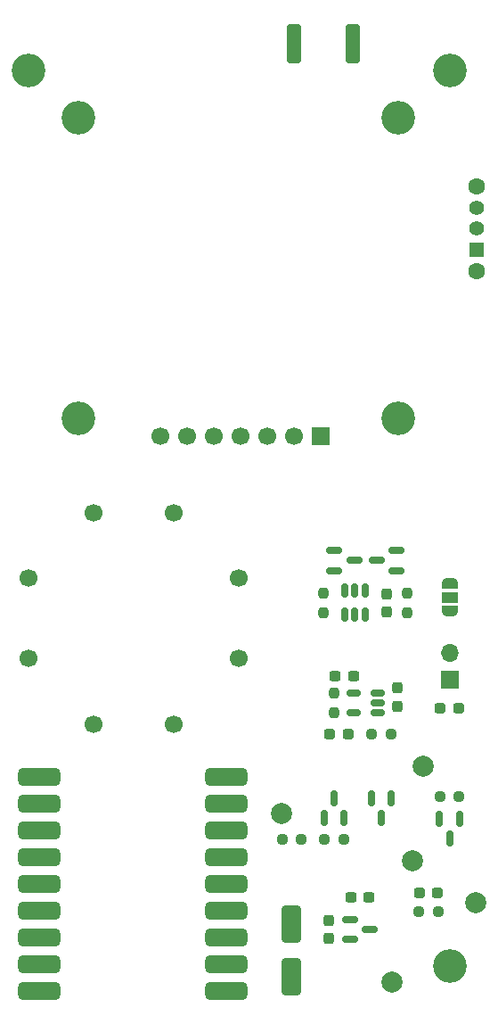
<source format=gbr>
%TF.GenerationSoftware,KiCad,Pcbnew,8.0.5*%
%TF.CreationDate,2024-11-21T22:32:41+00:00*%
%TF.ProjectId,spectrum-analyser,73706563-7472-4756-9d2d-616e616c7973,rev?*%
%TF.SameCoordinates,Original*%
%TF.FileFunction,Soldermask,Top*%
%TF.FilePolarity,Negative*%
%FSLAX46Y46*%
G04 Gerber Fmt 4.6, Leading zero omitted, Abs format (unit mm)*
G04 Created by KiCad (PCBNEW 8.0.5) date 2024-11-21 22:32:41*
%MOMM*%
%LPD*%
G01*
G04 APERTURE LIST*
G04 Aperture macros list*
%AMRoundRect*
0 Rectangle with rounded corners*
0 $1 Rounding radius*
0 $2 $3 $4 $5 $6 $7 $8 $9 X,Y pos of 4 corners*
0 Add a 4 corners polygon primitive as box body*
4,1,4,$2,$3,$4,$5,$6,$7,$8,$9,$2,$3,0*
0 Add four circle primitives for the rounded corners*
1,1,$1+$1,$2,$3*
1,1,$1+$1,$4,$5*
1,1,$1+$1,$6,$7*
1,1,$1+$1,$8,$9*
0 Add four rect primitives between the rounded corners*
20,1,$1+$1,$2,$3,$4,$5,0*
20,1,$1+$1,$4,$5,$6,$7,0*
20,1,$1+$1,$6,$7,$8,$9,0*
20,1,$1+$1,$8,$9,$2,$3,0*%
%AMFreePoly0*
4,1,19,0.550000,-0.750000,0.000000,-0.750000,0.000000,-0.744911,-0.071157,-0.744911,-0.207708,-0.704816,-0.327430,-0.627875,-0.420627,-0.520320,-0.479746,-0.390866,-0.500000,-0.250000,-0.500000,0.250000,-0.479746,0.390866,-0.420627,0.520320,-0.327430,0.627875,-0.207708,0.704816,-0.071157,0.744911,0.000000,0.744911,0.000000,0.750000,0.550000,0.750000,0.550000,-0.750000,0.550000,-0.750000,
$1*%
%AMFreePoly1*
4,1,19,0.000000,0.744911,0.071157,0.744911,0.207708,0.704816,0.327430,0.627875,0.420627,0.520320,0.479746,0.390866,0.500000,0.250000,0.500000,-0.250000,0.479746,-0.390866,0.420627,-0.520320,0.327430,-0.627875,0.207708,-0.704816,0.071157,-0.744911,0.000000,-0.744911,0.000000,-0.750000,-0.550000,-0.750000,-0.550000,0.750000,0.000000,0.750000,0.000000,0.744911,0.000000,0.744911,
$1*%
G04 Aperture macros list end*
%ADD10RoundRect,0.237500X-0.237500X0.300000X-0.237500X-0.300000X0.237500X-0.300000X0.237500X0.300000X0*%
%ADD11RoundRect,0.237500X0.250000X0.237500X-0.250000X0.237500X-0.250000X-0.237500X0.250000X-0.237500X0*%
%ADD12C,1.700000*%
%ADD13RoundRect,0.237500X-0.250000X-0.237500X0.250000X-0.237500X0.250000X0.237500X-0.250000X0.237500X0*%
%ADD14RoundRect,0.150000X-0.150000X0.512500X-0.150000X-0.512500X0.150000X-0.512500X0.150000X0.512500X0*%
%ADD15RoundRect,0.150000X-0.150000X0.587500X-0.150000X-0.587500X0.150000X-0.587500X0.150000X0.587500X0*%
%ADD16RoundRect,0.150000X-0.587500X-0.150000X0.587500X-0.150000X0.587500X0.150000X-0.587500X0.150000X0*%
%ADD17C,2.000000*%
%ADD18RoundRect,0.237500X0.287500X0.237500X-0.287500X0.237500X-0.287500X-0.237500X0.287500X-0.237500X0*%
%ADD19RoundRect,0.237500X-0.237500X0.250000X-0.237500X-0.250000X0.237500X-0.250000X0.237500X0.250000X0*%
%ADD20RoundRect,0.150000X0.150000X-0.587500X0.150000X0.587500X-0.150000X0.587500X-0.150000X-0.587500X0*%
%ADD21R,1.700000X1.700000*%
%ADD22C,3.200000*%
%ADD23C,1.400000*%
%ADD24R,1.400000X1.400000*%
%ADD25C,1.600000*%
%ADD26RoundRect,0.237500X-0.287500X-0.237500X0.287500X-0.237500X0.287500X0.237500X-0.287500X0.237500X0*%
%ADD27RoundRect,0.150000X0.587500X0.150000X-0.587500X0.150000X-0.587500X-0.150000X0.587500X-0.150000X0*%
%ADD28RoundRect,0.237500X0.300000X0.237500X-0.300000X0.237500X-0.300000X-0.237500X0.300000X-0.237500X0*%
%ADD29O,1.700000X1.700000*%
%ADD30FreePoly0,270.000000*%
%ADD31R,1.500000X1.000000*%
%ADD32FreePoly1,270.000000*%
%ADD33RoundRect,0.237500X0.237500X-0.300000X0.237500X0.300000X-0.237500X0.300000X-0.237500X-0.300000X0*%
%ADD34RoundRect,0.425000X1.575000X0.425000X-1.575000X0.425000X-1.575000X-0.425000X1.575000X-0.425000X0*%
%ADD35RoundRect,0.250000X-0.650000X1.500000X-0.650000X-1.500000X0.650000X-1.500000X0.650000X1.500000X0*%
%ADD36RoundRect,0.150000X0.512500X0.150000X-0.512500X0.150000X-0.512500X-0.150000X0.512500X-0.150000X0*%
%ADD37RoundRect,0.237500X0.237500X-0.250000X0.237500X0.250000X-0.237500X0.250000X-0.237500X-0.250000X0*%
%ADD38RoundRect,0.250000X-0.425000X-1.600000X0.425000X-1.600000X0.425000X1.600000X-0.425000X1.600000X0*%
G04 APERTURE END LIST*
D10*
%TO.C,C5*%
X135037500Y-123587500D03*
X135037500Y-125312500D03*
%TD*%
D11*
%TO.C,R4*%
X134412500Y-128000000D03*
X132587500Y-128000000D03*
%TD*%
D12*
%TO.C,SW5*%
X113810000Y-127000000D03*
X106190000Y-127000000D03*
%TD*%
D13*
%TO.C,R5*%
X137087500Y-144800000D03*
X138912500Y-144800000D03*
%TD*%
D14*
%TO.C,U5*%
X131950000Y-114362500D03*
X131000000Y-114362500D03*
X130050000Y-114362500D03*
X130050000Y-116637500D03*
X131000000Y-116637500D03*
X131950000Y-116637500D03*
%TD*%
D15*
%TO.C,Q2*%
X134450000Y-134062500D03*
X132550000Y-134062500D03*
X133500000Y-135937500D03*
%TD*%
D16*
%TO.C,U3*%
X130562500Y-145550000D03*
X130562500Y-147450000D03*
X132437500Y-146500000D03*
%TD*%
D17*
%TO.C,TP4*%
X137500000Y-131000000D03*
%TD*%
%TO.C,TP5*%
X142500000Y-144000000D03*
%TD*%
D18*
%TO.C,D3*%
X138875000Y-143000000D03*
X137125000Y-143000000D03*
%TD*%
D19*
%TO.C,R8*%
X129000000Y-124087500D03*
X129000000Y-125912500D03*
%TD*%
%TO.C,R6*%
X128000000Y-114587500D03*
X128000000Y-116412500D03*
%TD*%
D15*
%TO.C,Q3*%
X140950000Y-135993750D03*
X139050000Y-135993750D03*
X140000000Y-137868750D03*
%TD*%
D12*
%TO.C,SW3*%
X120000000Y-120810000D03*
X120000000Y-113190000D03*
%TD*%
D20*
%TO.C,Q1*%
X128050000Y-135937500D03*
X129950000Y-135937500D03*
X129000000Y-134062500D03*
%TD*%
D12*
%TO.C,U1*%
X112510000Y-99700000D03*
X115050000Y-99700000D03*
X117590000Y-99700000D03*
X120130000Y-99700000D03*
X122670000Y-99700000D03*
X125210000Y-99700000D03*
D21*
X127750000Y-99700000D03*
D22*
X104750000Y-69500000D03*
X104750000Y-98000000D03*
X135150000Y-69500000D03*
X135150000Y-98000000D03*
%TD*%
D13*
%TO.C,R1*%
X124087500Y-138000000D03*
X125912500Y-138000000D03*
%TD*%
%TO.C,R2*%
X128087500Y-138000000D03*
X129912500Y-138000000D03*
%TD*%
D17*
%TO.C,TP3*%
X134500000Y-151500000D03*
%TD*%
D23*
%TO.C,SW1*%
X142550000Y-78000000D03*
X142550000Y-80000000D03*
D24*
X142550000Y-82000000D03*
D25*
X142550000Y-76000000D03*
X142550000Y-84000000D03*
%TD*%
D17*
%TO.C,TP1*%
X124000000Y-135500000D03*
%TD*%
D18*
%TO.C,D2*%
X130375000Y-128000000D03*
X128625000Y-128000000D03*
%TD*%
D13*
%TO.C,R3*%
X139087500Y-133931250D03*
X140912500Y-133931250D03*
%TD*%
D16*
%TO.C,Q5*%
X129062500Y-110550000D03*
X129062500Y-112450000D03*
X130937500Y-111500000D03*
%TD*%
D26*
%TO.C,F1*%
X139125000Y-125500000D03*
X140875000Y-125500000D03*
%TD*%
D27*
%TO.C,Q4*%
X134937500Y-112450000D03*
X134937500Y-110550000D03*
X133062500Y-111500000D03*
%TD*%
D17*
%TO.C,TP2*%
X136500000Y-140000000D03*
%TD*%
D10*
%TO.C,C3*%
X134000000Y-114637500D03*
X134000000Y-116362500D03*
%TD*%
D28*
%TO.C,C1*%
X132362500Y-143500000D03*
X130637500Y-143500000D03*
%TD*%
D22*
%TO.C,H1*%
X140000000Y-150000000D03*
%TD*%
D28*
%TO.C,C4*%
X130862500Y-122450000D03*
X129137500Y-122450000D03*
%TD*%
D21*
%TO.C,J2*%
X140000000Y-122775000D03*
D29*
X140000000Y-120235000D03*
%TD*%
D30*
%TO.C,JP1*%
X140000000Y-113700000D03*
D31*
X140000000Y-115000000D03*
D32*
X140000000Y-116300000D03*
%TD*%
D12*
%TO.C,SW4*%
X100000000Y-120810000D03*
X100000000Y-113190000D03*
%TD*%
D33*
%TO.C,C2*%
X128500000Y-147362500D03*
X128500000Y-145637500D03*
%TD*%
D22*
%TO.C,H2*%
X140000000Y-65000000D03*
%TD*%
D34*
%TO.C,U2*%
X118780000Y-152320000D03*
X118780000Y-149780000D03*
X118780000Y-147240000D03*
X118780000Y-144700000D03*
X118780000Y-142160000D03*
X118780000Y-139620000D03*
X118780000Y-137080000D03*
X118780000Y-134540000D03*
X118780000Y-132000000D03*
X101000000Y-132000000D03*
X101000000Y-134540000D03*
X101000000Y-137080000D03*
X101000000Y-139620000D03*
X101000000Y-142160000D03*
X101000000Y-144700000D03*
X101000000Y-147240000D03*
X101000000Y-149780000D03*
X101000000Y-152320000D03*
%TD*%
D35*
%TO.C,D1*%
X125000000Y-146000000D03*
X125000000Y-151000000D03*
%TD*%
D36*
%TO.C,U6*%
X133137500Y-125950000D03*
X133137500Y-125000000D03*
X133137500Y-124050000D03*
X130862500Y-124050000D03*
X130862500Y-125950000D03*
%TD*%
D37*
%TO.C,R7*%
X136000000Y-116412500D03*
X136000000Y-114587500D03*
%TD*%
D12*
%TO.C,SW2*%
X106190000Y-107000000D03*
X113810000Y-107000000D03*
%TD*%
D22*
%TO.C,H3*%
X100000000Y-65000000D03*
%TD*%
D38*
%TO.C,J1*%
X125175000Y-62412500D03*
X130825000Y-62412500D03*
%TD*%
M02*

</source>
